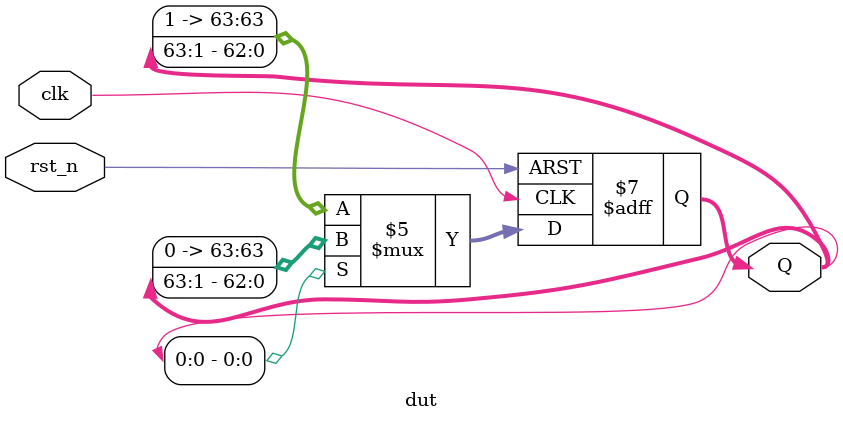
<source format=v>


module dut
(
  input clk,
  input rst_n,
  output reg [63:0] Q
);


  always @(posedge clk or negedge rst_n) begin
    if(!rst_n) Q <= 'd0; 
    else if(!Q[0]) Q <= { 1'b1, Q[63:1] }; 
    else Q <= { 1'b0, Q[63:1] };
  end


endmodule


</source>
